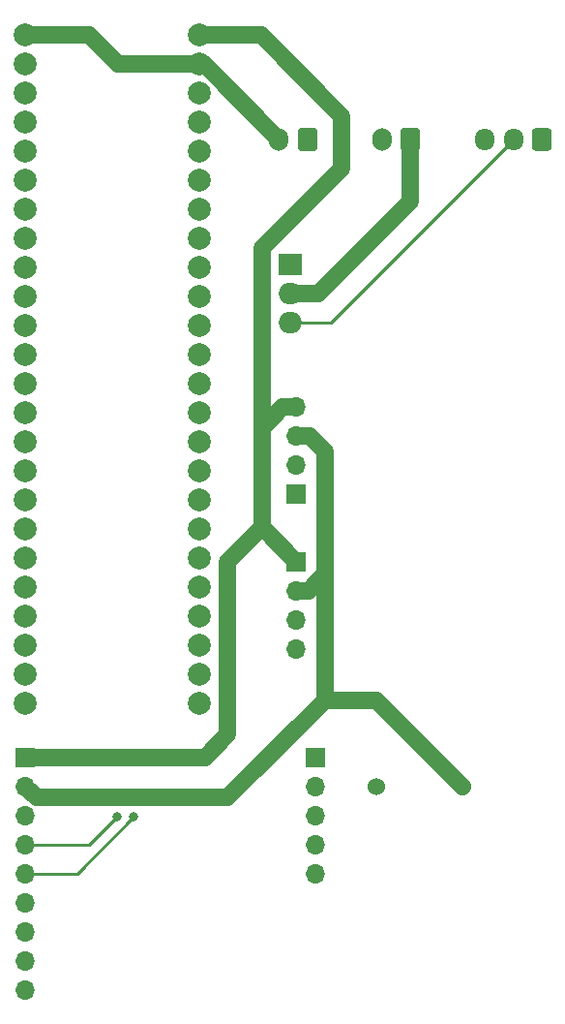
<source format=gbr>
%TF.GenerationSoftware,KiCad,Pcbnew,7.0.7*%
%TF.CreationDate,2024-05-20T18:32:26-04:00*%
%TF.ProjectId,LVPD-board_Payload,4c565044-2d62-46f6-9172-645f5061796c,rev?*%
%TF.SameCoordinates,Original*%
%TF.FileFunction,Copper,L2,Bot*%
%TF.FilePolarity,Positive*%
%FSLAX46Y46*%
G04 Gerber Fmt 4.6, Leading zero omitted, Abs format (unit mm)*
G04 Created by KiCad (PCBNEW 7.0.7) date 2024-05-20 18:32:26*
%MOMM*%
%LPD*%
G01*
G04 APERTURE LIST*
G04 Aperture macros list*
%AMRoundRect*
0 Rectangle with rounded corners*
0 $1 Rounding radius*
0 $2 $3 $4 $5 $6 $7 $8 $9 X,Y pos of 4 corners*
0 Add a 4 corners polygon primitive as box body*
4,1,4,$2,$3,$4,$5,$6,$7,$8,$9,$2,$3,0*
0 Add four circle primitives for the rounded corners*
1,1,$1+$1,$2,$3*
1,1,$1+$1,$4,$5*
1,1,$1+$1,$6,$7*
1,1,$1+$1,$8,$9*
0 Add four rect primitives between the rounded corners*
20,1,$1+$1,$2,$3,$4,$5,0*
20,1,$1+$1,$4,$5,$6,$7,0*
20,1,$1+$1,$6,$7,$8,$9,0*
20,1,$1+$1,$8,$9,$2,$3,0*%
G04 Aperture macros list end*
%TA.AperFunction,ComponentPad*%
%ADD10R,1.700000X1.700000*%
%TD*%
%TA.AperFunction,ComponentPad*%
%ADD11O,1.700000X1.700000*%
%TD*%
%TA.AperFunction,ComponentPad*%
%ADD12RoundRect,0.250000X0.600000X0.725000X-0.600000X0.725000X-0.600000X-0.725000X0.600000X-0.725000X0*%
%TD*%
%TA.AperFunction,ComponentPad*%
%ADD13O,1.700000X1.950000*%
%TD*%
%TA.AperFunction,ComponentPad*%
%ADD14R,2.000000X1.905000*%
%TD*%
%TA.AperFunction,ComponentPad*%
%ADD15O,2.000000X1.905000*%
%TD*%
%TA.AperFunction,ComponentPad*%
%ADD16C,2.000000*%
%TD*%
%TA.AperFunction,ComponentPad*%
%ADD17C,1.524000*%
%TD*%
%TA.AperFunction,ComponentPad*%
%ADD18RoundRect,0.250000X0.600000X0.750000X-0.600000X0.750000X-0.600000X-0.750000X0.600000X-0.750000X0*%
%TD*%
%TA.AperFunction,ComponentPad*%
%ADD19O,1.700000X2.000000*%
%TD*%
%TA.AperFunction,ViaPad*%
%ADD20C,0.800000*%
%TD*%
%TA.AperFunction,Conductor*%
%ADD21C,1.500000*%
%TD*%
%TA.AperFunction,Conductor*%
%ADD22C,0.250000*%
%TD*%
G04 APERTURE END LIST*
D10*
%TO.P,J5,1,Pin_1*%
%TO.N,/LVL*%
X105200000Y-136980000D03*
D11*
%TO.P,J5,2,Pin_2*%
%TO.N,/NEPT*%
X105200000Y-139520000D03*
%TO.P,J5,3,Pin_3*%
%TO.N,/FULL*%
X105200000Y-142060000D03*
%TO.P,J5,4,Pin_4*%
%TO.N,unconnected-(J5-Pin_4-Pad4)*%
X105200000Y-144600000D03*
%TO.P,J5,5,Pin_5*%
%TO.N,unconnected-(J5-Pin_5-Pad5)*%
X105200000Y-147140000D03*
%TD*%
D12*
%TO.P,J2,1,Pin_1*%
%TO.N,/VSIG*%
X125000000Y-83000000D03*
D13*
%TO.P,J2,2,Pin_2*%
%TO.N,/EN*%
X122500000Y-83000000D03*
%TO.P,J2,3,Pin_3*%
%TO.N,GND*%
X120000000Y-83000000D03*
%TD*%
D14*
%TO.P,D1,1,K*%
%TO.N,/VBAT*%
X103000000Y-93920000D03*
D15*
%TO.P,D1,2,A*%
%TO.N,/VIN*%
X103000000Y-96460000D03*
%TO.P,D1,3,G*%
%TO.N,/EN*%
X103000000Y-99000000D03*
%TD*%
D16*
%TO.P,Teensy4.1,0,GND*%
%TO.N,GND*%
X79760000Y-73880000D03*
%TO.P,Teensy4.1,1,RX1*%
%TO.N,Net-(J3-Pin_3)*%
X79760000Y-76420000D03*
%TO.P,Teensy4.1,2,TX1*%
%TO.N,unconnected-(Teensy4.1-TX1-Pad2)*%
X79760000Y-78960000D03*
%TO.P,Teensy4.1,3,PWM*%
%TO.N,unconnected-(Teensy4.1-PWM-Pad3)*%
X79760000Y-81500000D03*
%TO.P,Teensy4.1,4,PWM*%
%TO.N,unconnected-(Teensy4.1-PWM-Pad4)*%
X79760000Y-84040000D03*
%TO.P,Teensy4.1,5,PWM*%
%TO.N,unconnected-(Teensy4.1-PWM-Pad5)*%
X79760000Y-86580000D03*
%TO.P,Teensy4.1,6,PWM*%
%TO.N,unconnected-(Teensy4.1-PWM-Pad6)*%
X79760000Y-89120000D03*
%TO.P,Teensy4.1,7,PWM*%
%TO.N,unconnected-(Teensy4.1-PWM-Pad7)*%
X79760000Y-91660000D03*
%TO.P,Teensy4.1,8,RX2*%
%TO.N,unconnected-(Teensy4.1-RX2-Pad8)*%
X79760000Y-94200000D03*
%TO.P,Teensy4.1,9,TX2*%
%TO.N,unconnected-(Teensy4.1-TX2-Pad9)*%
X79760000Y-96740000D03*
%TO.P,Teensy4.1,10,PWM*%
%TO.N,unconnected-(Teensy4.1-PWM-Pad10)*%
X79760000Y-99280000D03*
%TO.P,Teensy4.1,11,CS*%
%TO.N,/CS*%
X79760000Y-101820000D03*
%TO.P,Teensy4.1,12,MOSI*%
%TO.N,/MOSI*%
X79760000Y-104360000D03*
%TO.P,Teensy4.1,13,MISO*%
%TO.N,/MISO*%
X79760000Y-106900000D03*
%TO.P,Teensy4.1,14,3.3V*%
%TO.N,unconnected-(Teensy4.1-3.3V-Pad14)*%
X79760000Y-109440000D03*
%TO.P,Teensy4.1,15,SCL2*%
%TO.N,unconnected-(Teensy4.1-SCL2-Pad15)*%
X79760000Y-111980000D03*
%TO.P,Teensy4.1,16,SDA2*%
%TO.N,unconnected-(Teensy4.1-SDA2-Pad16)*%
X79760000Y-114520000D03*
%TO.P,Teensy4.1,17,MOSI1*%
%TO.N,unconnected-(Teensy4.1-MOSI1-Pad17)*%
X79760000Y-117060000D03*
%TO.P,Teensy4.1,18,SCK1*%
%TO.N,unconnected-(Teensy4.1-SCK1-Pad18)*%
X79760000Y-119600000D03*
%TO.P,Teensy4.1,19,RX7*%
%TO.N,unconnected-(Teensy4.1-RX7-Pad19)*%
X79760000Y-122140000D03*
%TO.P,Teensy4.1,20,TX7*%
%TO.N,unconnected-(Teensy4.1-TX7-Pad20)*%
X79760000Y-124680000D03*
%TO.P,Teensy4.1,21,GPIO*%
%TO.N,unconnected-(Teensy4.1-GPIO-Pad21)*%
X79760000Y-127220000D03*
%TO.P,Teensy4.1,22,GPIO*%
%TO.N,unconnected-(Teensy4.1-GPIO-Pad22)*%
X79760000Y-129760000D03*
%TO.P,Teensy4.1,23,GPIO*%
%TO.N,unconnected-(Teensy4.1-GPIO-Pad23)*%
X79760000Y-132300000D03*
%TO.P,Teensy4.1,24,PWM*%
%TO.N,Net-(BZ1--)*%
X95000000Y-132300000D03*
%TO.P,Teensy4.1,25,RX8*%
%TO.N,unconnected-(Teensy4.1-RX8-Pad25)*%
X95000000Y-129760000D03*
%TO.P,Teensy4.1,26,TX8*%
%TO.N,unconnected-(Teensy4.1-TX8-Pad26)*%
X95000000Y-127220000D03*
%TO.P,Teensy4.1,27,PWM*%
%TO.N,unconnected-(Teensy4.1-PWM-Pad27)*%
X95000000Y-124680000D03*
%TO.P,Teensy4.1,28,PWM*%
%TO.N,unconnected-(Teensy4.1-PWM-Pad28)*%
X95000000Y-122140000D03*
%TO.P,Teensy4.1,29,CS1*%
%TO.N,unconnected-(Teensy4.1-CS1-Pad29)*%
X95000000Y-119600000D03*
%TO.P,Teensy4.1,30,MISO*%
%TO.N,unconnected-(Teensy4.1-MISO-Pad30)*%
X95000000Y-117060000D03*
%TO.P,Teensy4.1,31,A16*%
%TO.N,unconnected-(Teensy4.1-A16-Pad31)*%
X95000000Y-114520000D03*
%TO.P,Teensy4.1,32,A17*%
%TO.N,unconnected-(Teensy4.1-A17-Pad32)*%
X95000000Y-111980000D03*
%TO.P,Teensy4.1,33,GND*%
%TO.N,unconnected-(Teensy4.1-GND-Pad33)*%
X95000000Y-109440000D03*
%TO.P,Teensy4.1,34,SCK*%
%TO.N,/SCK*%
X95000000Y-106900000D03*
%TO.P,Teensy4.1,35,A0*%
%TO.N,/INT*%
X95000000Y-104360000D03*
%TO.P,Teensy4.1,36,A1*%
%TO.N,/RST*%
X95000000Y-101820000D03*
%TO.P,Teensy4.1,37,A2*%
%TO.N,/FULL*%
X95000000Y-99280000D03*
%TO.P,Teensy4.1,38,A3*%
%TO.N,/NEPT*%
X95000000Y-96740000D03*
%TO.P,Teensy4.1,39,SDA*%
%TO.N,/LVL*%
X95000000Y-94200000D03*
%TO.P,Teensy4.1,40,SCL*%
%TO.N,unconnected-(Teensy4.1-SCL-Pad40)*%
X95000000Y-91660000D03*
%TO.P,Teensy4.1,41,TX5*%
%TO.N,unconnected-(Teensy4.1-TX5-Pad41)*%
X95000000Y-89120000D03*
%TO.P,Teensy4.1,42,RX5*%
%TO.N,unconnected-(Teensy4.1-RX5-Pad42)*%
X95000000Y-86580000D03*
%TO.P,Teensy4.1,43,PWM*%
%TO.N,unconnected-(Teensy4.1-PWM-Pad43)*%
X95000000Y-84040000D03*
%TO.P,Teensy4.1,44,PWM*%
%TO.N,unconnected-(Teensy4.1-PWM-Pad44)*%
X95000000Y-81500000D03*
%TO.P,Teensy4.1,45,3.3V*%
%TO.N,unconnected-(Teensy4.1-3.3V-Pad45)*%
X95000000Y-78960000D03*
%TO.P,Teensy4.1,46,GND*%
%TO.N,GND*%
X95000000Y-76420000D03*
%TO.P,Teensy4.1,47,Vin*%
%TO.N,/VCC*%
X95000000Y-73880000D03*
%TD*%
D17*
%TO.P,BZ1,1,-*%
%TO.N,Net-(BZ1--)*%
X110550000Y-139500000D03*
%TO.P,BZ1,2,+*%
%TO.N,GND*%
X118050000Y-139500000D03*
%TD*%
D18*
%TO.P,J6,1,Pin_1*%
%TO.N,/VIN*%
X113500000Y-83000000D03*
D19*
%TO.P,J6,2,Pin_2*%
%TO.N,Net-(J6-Pin_2)*%
X111000000Y-83000000D03*
%TD*%
D18*
%TO.P,J7,1,Pin_1*%
%TO.N,Net-(J6-Pin_2)*%
X104500000Y-83000000D03*
D19*
%TO.P,J7,2,Pin_2*%
%TO.N,GND*%
X102000000Y-83000000D03*
%TD*%
D10*
%TO.P,J4,1,Pin_1*%
%TO.N,/VCC*%
X79800000Y-136980000D03*
D11*
%TO.P,J4,2,Pin_2*%
%TO.N,GND*%
X79800000Y-139520000D03*
%TO.P,J4,3,Pin_3*%
%TO.N,unconnected-(J4-Pin_3-Pad3)*%
X79800000Y-142060000D03*
%TO.P,J4,4,Pin_4*%
%TO.N,/INT*%
X79800000Y-144600000D03*
%TO.P,J4,5,Pin_5*%
%TO.N,/SCK*%
X79800000Y-147140000D03*
%TO.P,J4,6,Pin_6*%
%TO.N,/MISO*%
X79800000Y-149680000D03*
%TO.P,J4,7,Pin_7*%
%TO.N,/MOSI*%
X79800000Y-152220000D03*
%TO.P,J4,8,Pin_8*%
%TO.N,/CS*%
X79800000Y-154760000D03*
%TO.P,J4,9,Pin_9*%
%TO.N,/RST*%
X79800000Y-157300000D03*
%TD*%
D10*
%TO.P,J3,1,Pin_1*%
%TO.N,/VCC*%
X103500000Y-119880000D03*
D11*
%TO.P,J3,2,Pin_2*%
%TO.N,GND*%
X103500000Y-122420000D03*
%TO.P,J3,3,Pin_3*%
%TO.N,Net-(J3-Pin_3)*%
X103500000Y-124960000D03*
%TO.P,J3,4,Pin_4*%
%TO.N,/VSIG*%
X103500000Y-127500000D03*
%TD*%
D10*
%TO.P,J1,1,Pin_1*%
%TO.N,unconnected-(J1-Pin_1-Pad1)*%
X103500000Y-114000000D03*
D11*
%TO.P,J1,2,Pin_2*%
%TO.N,/VBAT*%
X103500000Y-111460000D03*
%TO.P,J1,3,Pin_3*%
%TO.N,GND*%
X103500000Y-108920000D03*
%TO.P,J1,4,Pin_4*%
%TO.N,/VCC*%
X103500000Y-106380000D03*
%TD*%
D20*
%TO.N,/INT*%
X87800000Y-142200000D03*
%TO.N,/SCK*%
X89300000Y-142200000D03*
%TD*%
D21*
%TO.N,GND*%
X106000000Y-132000000D02*
X110550000Y-132000000D01*
X95000000Y-76420000D02*
X87920000Y-76420000D01*
X95420000Y-76420000D02*
X102000000Y-83000000D01*
X104702081Y-108920000D02*
X103500000Y-108920000D01*
X105980000Y-121000000D02*
X106000000Y-121000000D01*
X104560000Y-122420000D02*
X105980000Y-121000000D01*
X106000000Y-132000000D02*
X97500000Y-140500000D01*
X80780000Y-140500000D02*
X79800000Y-139520000D01*
X106000000Y-121000000D02*
X106000000Y-110217919D01*
X106000000Y-121000000D02*
X106000000Y-127500000D01*
X95000000Y-76420000D02*
X95420000Y-76420000D01*
X110550000Y-132000000D02*
X118050000Y-139500000D01*
X87920000Y-76420000D02*
X85380000Y-73880000D01*
X106000000Y-127500000D02*
X106000000Y-132000000D01*
X106000000Y-110217919D02*
X104702081Y-108920000D01*
X97500000Y-140500000D02*
X80780000Y-140500000D01*
X85380000Y-73880000D02*
X79760000Y-73880000D01*
X103500000Y-122420000D02*
X104560000Y-122420000D01*
D22*
%TO.N,/EN*%
X106500000Y-99000000D02*
X103000000Y-99000000D01*
X122500000Y-83000000D02*
X106500000Y-99000000D01*
D21*
%TO.N,/VCC*%
X103500000Y-106380000D02*
X102297919Y-106380000D01*
X97500000Y-135000000D02*
X95520000Y-136980000D01*
X95520000Y-136980000D02*
X79800000Y-136980000D01*
X102297919Y-106380000D02*
X100500000Y-108177919D01*
X97500000Y-119880000D02*
X97500000Y-135000000D01*
X100403528Y-73880000D02*
X95000000Y-73880000D01*
X107500000Y-85500000D02*
X107500000Y-80976472D01*
X100500000Y-108177919D02*
X100500000Y-92500000D01*
X100500000Y-116880000D02*
X97500000Y-119880000D01*
X79820000Y-137000000D02*
X79800000Y-136980000D01*
X100500000Y-92500000D02*
X107500000Y-85500000D01*
X100500000Y-108177919D02*
X100500000Y-116880000D01*
X107500000Y-80976472D02*
X100403528Y-73880000D01*
X100500000Y-116880000D02*
X103500000Y-119880000D01*
D22*
%TO.N,/INT*%
X85400000Y-144600000D02*
X87800000Y-142200000D01*
X79800000Y-144600000D02*
X85400000Y-144600000D01*
%TO.N,/SCK*%
X79800000Y-147140000D02*
X84360000Y-147140000D01*
X84360000Y-147140000D02*
X89300000Y-142200000D01*
D21*
%TO.N,/VIN*%
X105405000Y-96460000D02*
X103000000Y-96460000D01*
X113500000Y-88365000D02*
X105405000Y-96460000D01*
X113500000Y-83000000D02*
X113500000Y-88365000D01*
%TD*%
M02*

</source>
